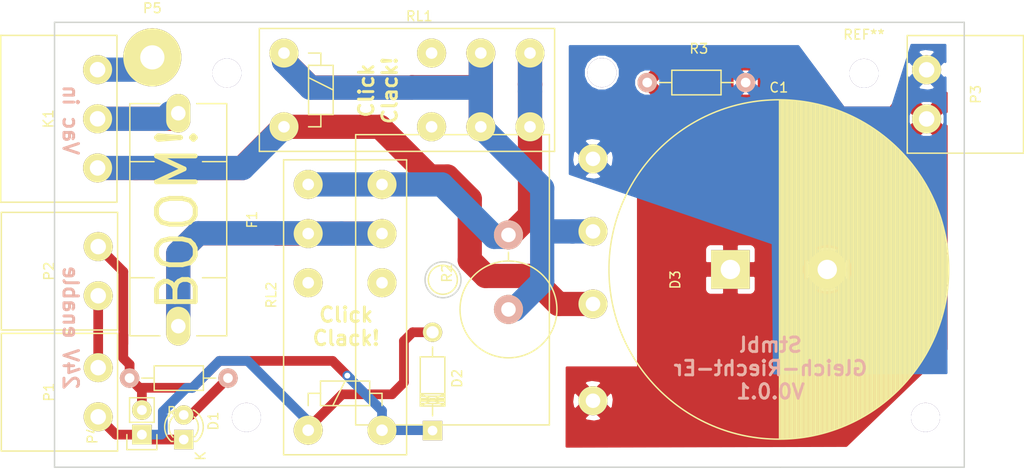
<source format=kicad_pcb>
(kicad_pcb (version 4) (host pcbnew "(2015-11-22 BZR 6327)-product")

  (general
    (links 30)
    (no_connects 0)
    (area 40.564999 69.330499 134.631501 115.454501)
    (thickness 1.6)
    (drawings 13)
    (tracks 110)
    (zones 0)
    (modules 21)
    (nets 17)
  )

  (page A4)
  (layers
    (0 F.Cu signal)
    (31 B.Cu signal)
    (32 B.Adhes user)
    (33 F.Adhes user)
    (34 B.Paste user)
    (35 F.Paste user)
    (36 B.SilkS user)
    (37 F.SilkS user)
    (38 B.Mask user)
    (39 F.Mask user)
    (40 Dwgs.User user)
    (41 Cmts.User user)
    (42 Eco1.User user)
    (43 Eco2.User user)
    (44 Edge.Cuts user)
    (45 Margin user)
    (46 B.CrtYd user)
    (47 F.CrtYd user)
    (48 B.Fab user)
    (49 F.Fab user)
  )

  (setup
    (last_trace_width 0.25)
    (user_trace_width 1)
    (user_trace_width 2.5)
    (trace_clearance 0.2)
    (zone_clearance 0.25)
    (zone_45_only no)
    (trace_min 0.2)
    (segment_width 0.2)
    (edge_width 0.15)
    (via_size 1)
    (via_drill 0.5)
    (via_min_size 0.4)
    (via_min_drill 0.3)
    (uvia_size 0.3)
    (uvia_drill 0.1)
    (uvias_allowed no)
    (uvia_min_size 0.2)
    (uvia_min_drill 0.1)
    (pcb_text_width 0.3)
    (pcb_text_size 1.5 1.5)
    (mod_edge_width 0.15)
    (mod_text_size 1 1)
    (mod_text_width 0.15)
    (pad_size 1.524 1.524)
    (pad_drill 0.762)
    (pad_to_mask_clearance 0.2)
    (aux_axis_origin 0 0)
    (grid_origin 40.64 115.443)
    (visible_elements FFFFFF7F)
    (pcbplotparams
      (layerselection 0x00030_80000001)
      (usegerberextensions false)
      (excludeedgelayer true)
      (linewidth 0.100000)
      (plotframeref false)
      (viasonmask false)
      (mode 1)
      (useauxorigin false)
      (hpglpennumber 1)
      (hpglpenspeed 20)
      (hpglpendiameter 15)
      (hpglpenoverlay 2)
      (psnegative false)
      (psa4output false)
      (plotreference true)
      (plotvalue true)
      (plotinvisibletext false)
      (padsonsilk false)
      (subtractmaskfromsilk false)
      (outputformat 1)
      (mirror false)
      (drillshape 0)
      (scaleselection 1)
      (outputdirectory ""))
  )

  (net 0 "")
  (net 1 DC+)
  (net 2 DC-)
  (net 3 "Net-(D1-Pad1)")
  (net 4 "Net-(D1-Pad2)")
  (net 5 "Net-(D2-Pad1)")
  (net 6 Neutral)
  (net 7 AC_ntc)
  (net 8 AC_fused)
  (net 9 "Net-(F1-Pad1)")
  (net 10 PE)
  (net 11 "Net-(P1-Pad1)")
  (net 12 AC_switched)
  (net 13 "Net-(RL1-Pad12)")
  (net 14 "Net-(RL2-Pad12)")
  (net 15 "Net-(RL1-Pad22)")
  (net 16 "Net-(RL2-Pad22)")

  (net_class Default "Dies ist die voreingestellte Netzklasse."
    (clearance 0.2)
    (trace_width 0.25)
    (via_dia 1)
    (via_drill 0.5)
    (uvia_dia 0.3)
    (uvia_drill 0.1)
    (add_net AC_fused)
    (add_net AC_ntc)
    (add_net AC_switched)
    (add_net DC+)
    (add_net DC-)
    (add_net "Net-(D1-Pad1)")
    (add_net "Net-(D1-Pad2)")
    (add_net "Net-(D2-Pad1)")
    (add_net "Net-(F1-Pad1)")
    (add_net "Net-(P1-Pad1)")
    (add_net "Net-(RL1-Pad12)")
    (add_net "Net-(RL1-Pad22)")
    (add_net "Net-(RL2-Pad12)")
    (add_net "Net-(RL2-Pad22)")
    (add_net Neutral)
    (add_net PE)
  )

  (module Fuse_Holders_and_Fuses:Fuseholder5x20_horiz_SemiClosed_Casing10x25mm (layer F.Cu) (tedit 565CBA53) (tstamp 5626694E)
    (at 53.4162 89.8017 270)
    (descr "Fuseholder, 5x20, Semi closed, horizontal, Casing 10x25mm,")
    (tags "Fuseholder, 5x20, Semi closed, horizontal, Casing 10x25mm, Sicherungshalter, halbgeschlossen,")
    (path /5626282B)
    (fp_text reference F1 (at 0 -7.62 270) (layer F.SilkS)
      (effects (font (size 1 1) (thickness 0.15)))
    )
    (fp_text value FUSE (at 1.27 7.62 270) (layer F.Fab)
      (effects (font (size 1 1) (thickness 0.15)))
    )
    (fp_line (start -5.99948 -2.49936) (end -5.99948 -5.00126) (layer F.SilkS) (width 0.15))
    (fp_line (start -5.99948 5.00126) (end -5.99948 2.49936) (layer F.SilkS) (width 0.15))
    (fp_line (start 5.99948 5.00126) (end 5.99948 2.49936) (layer F.SilkS) (width 0.15))
    (fp_line (start 5.99948 -5.00126) (end 5.99948 -2.49936) (layer F.SilkS) (width 0.15))
    (fp_line (start 11.99896 -1.89992) (end 11.99896 -5.00126) (layer F.SilkS) (width 0.15))
    (fp_line (start -11.99896 1.89992) (end -11.99896 5.00126) (layer F.SilkS) (width 0.15))
    (fp_line (start -11.99896 5.00126) (end 11.99896 5.00126) (layer F.SilkS) (width 0.15))
    (fp_line (start 11.99896 5.00126) (end 11.99896 1.89992) (layer F.SilkS) (width 0.15))
    (fp_line (start 11.99896 -5.00126) (end -11.99896 -5.00126) (layer F.SilkS) (width 0.15))
    (fp_line (start -11.99896 -5.00126) (end -11.99896 -1.89992) (layer F.SilkS) (width 0.15))
    (pad 2 thru_hole oval (at 11.00074 0 180) (size 2.49936 4.0005) (drill 1.50114) (layers *.Cu *.Mask F.SilkS)
      (net 8 AC_fused))
    (pad 1 thru_hole oval (at -11.00074 0 180) (size 2.49936 4.0005) (drill 1.50114) (layers *.Cu *.Mask F.SilkS)
      (net 9 "Net-(F1-Pad1)"))
  )

  (module Resistors_ThroughHole:Resistor_Vertical_RM7.5mm (layer F.Cu) (tedit 565CAD41) (tstamp 562673CC)
    (at 87.503 95.3262 90)
    (descr "Resistor, Vertical, RM 7.5mm,")
    (tags "Resistor, Vertical, RM 7.5mm,")
    (path /56262BA3)
    (fp_text reference R2 (at 0 -6.35 90) (layer F.SilkS)
      (effects (font (size 1 1) (thickness 0.15)))
    )
    (fp_text value R (at 0 7.50062 90) (layer F.Fab)
      (effects (font (size 1 1) (thickness 0.15)))
    )
    (fp_line (start 1.25222 0) (end 2.15138 0) (layer F.SilkS) (width 0.15))
    (fp_circle (center -3.74904 0) (end 1.25222 0) (layer F.SilkS) (width 0.15))
    (pad 1 thru_hole circle (at -3.74904 0 90) (size 3 3) (drill 1.5) (layers *.Cu *.SilkS *.Mask)
      (net 7 AC_ntc))
    (pad 2 thru_hole circle (at 3.95158 0 90) (size 3 3) (drill 1.5) (layers *.Cu *.SilkS *.Mask)
      (net 12 AC_switched))
  )

  (module Capacitors_ThroughHole:C_Radial_D35_L51_P10 (layer F.Cu) (tedit 565CABFC) (tstamp 5626813E)
    (at 110.4138 94.9452)
    (descr "Radial Electrolytic Capacitor Diameter 35mm x Length 51mm, Pitch 10mm")
    (tags "Electrolytic Capacitor")
    (path /562625AE)
    (fp_text reference C1 (at 5 -18.8) (layer F.SilkS)
      (effects (font (size 1 1) (thickness 0.15)))
    )
    (fp_text value CP1 (at 5 18.8) (layer F.Fab)
      (effects (font (size 1 1) (thickness 0.15)))
    )
    (fp_line (start 5.075 -17.5) (end 5.075 17.5) (layer F.SilkS) (width 0.15))
    (fp_line (start 5.215 -17.499) (end 5.215 17.499) (layer F.SilkS) (width 0.15))
    (fp_line (start 5.355 -17.496) (end 5.355 17.496) (layer F.SilkS) (width 0.15))
    (fp_line (start 5.495 -17.493) (end 5.495 17.493) (layer F.SilkS) (width 0.15))
    (fp_line (start 5.635 -17.488) (end 5.635 17.488) (layer F.SilkS) (width 0.15))
    (fp_line (start 5.775 -17.483) (end 5.775 17.483) (layer F.SilkS) (width 0.15))
    (fp_line (start 5.915 -17.476) (end 5.915 17.476) (layer F.SilkS) (width 0.15))
    (fp_line (start 6.055 -17.468) (end 6.055 17.468) (layer F.SilkS) (width 0.15))
    (fp_line (start 6.195 -17.459) (end 6.195 17.459) (layer F.SilkS) (width 0.15))
    (fp_line (start 6.335 -17.449) (end 6.335 17.449) (layer F.SilkS) (width 0.15))
    (fp_line (start 6.475 -17.438) (end 6.475 17.438) (layer F.SilkS) (width 0.15))
    (fp_line (start 6.615 -17.425) (end 6.615 17.425) (layer F.SilkS) (width 0.15))
    (fp_line (start 6.755 -17.412) (end 6.755 17.412) (layer F.SilkS) (width 0.15))
    (fp_line (start 6.895 -17.397) (end 6.895 17.397) (layer F.SilkS) (width 0.15))
    (fp_line (start 7.035 -17.381) (end 7.035 17.381) (layer F.SilkS) (width 0.15))
    (fp_line (start 7.175 -17.364) (end 7.175 17.364) (layer F.SilkS) (width 0.15))
    (fp_line (start 7.315 -17.346) (end 7.315 17.346) (layer F.SilkS) (width 0.15))
    (fp_line (start 7.455 -17.327) (end 7.455 17.327) (layer F.SilkS) (width 0.15))
    (fp_line (start 7.595 -17.307) (end 7.595 17.307) (layer F.SilkS) (width 0.15))
    (fp_line (start 7.735 -17.285) (end 7.735 17.285) (layer F.SilkS) (width 0.15))
    (fp_line (start 7.875 -17.262) (end 7.875 17.262) (layer F.SilkS) (width 0.15))
    (fp_line (start 8.015 -17.238) (end 8.015 17.238) (layer F.SilkS) (width 0.15))
    (fp_line (start 8.155 -17.213) (end 8.155 17.213) (layer F.SilkS) (width 0.15))
    (fp_line (start 8.295 -17.187) (end 8.295 17.187) (layer F.SilkS) (width 0.15))
    (fp_line (start 8.435 -17.16) (end 8.435 17.16) (layer F.SilkS) (width 0.15))
    (fp_line (start 8.575 -17.131) (end 8.575 17.131) (layer F.SilkS) (width 0.15))
    (fp_line (start 8.715 -17.101) (end 8.715 -0.197) (layer F.SilkS) (width 0.15))
    (fp_line (start 8.715 0.197) (end 8.715 17.101) (layer F.SilkS) (width 0.15))
    (fp_line (start 8.855 -17.07) (end 8.855 -0.616) (layer F.SilkS) (width 0.15))
    (fp_line (start 8.855 0.616) (end 8.855 17.07) (layer F.SilkS) (width 0.15))
    (fp_line (start 8.995 -17.038) (end 8.995 -0.825) (layer F.SilkS) (width 0.15))
    (fp_line (start 8.995 0.825) (end 8.995 17.038) (layer F.SilkS) (width 0.15))
    (fp_line (start 9.135 -17.004) (end 9.135 -0.97) (layer F.SilkS) (width 0.15))
    (fp_line (start 9.135 0.97) (end 9.135 17.004) (layer F.SilkS) (width 0.15))
    (fp_line (start 9.275 -16.97) (end 9.275 -1.079) (layer F.SilkS) (width 0.15))
    (fp_line (start 9.275 1.079) (end 9.275 16.97) (layer F.SilkS) (width 0.15))
    (fp_line (start 9.415 -16.934) (end 9.415 -1.161) (layer F.SilkS) (width 0.15))
    (fp_line (start 9.415 1.161) (end 9.415 16.934) (layer F.SilkS) (width 0.15))
    (fp_line (start 9.555 -16.897) (end 9.555 -1.221) (layer F.SilkS) (width 0.15))
    (fp_line (start 9.555 1.221) (end 9.555 16.897) (layer F.SilkS) (width 0.15))
    (fp_line (start 9.695 -16.858) (end 9.695 -1.264) (layer F.SilkS) (width 0.15))
    (fp_line (start 9.695 1.264) (end 9.695 16.858) (layer F.SilkS) (width 0.15))
    (fp_line (start 9.835 -16.819) (end 9.835 -1.289) (layer F.SilkS) (width 0.15))
    (fp_line (start 9.835 1.289) (end 9.835 16.819) (layer F.SilkS) (width 0.15))
    (fp_line (start 9.975 -16.778) (end 9.975 -1.3) (layer F.SilkS) (width 0.15))
    (fp_line (start 9.975 1.3) (end 9.975 16.778) (layer F.SilkS) (width 0.15))
    (fp_line (start 10.115 -16.736) (end 10.115 -1.295) (layer F.SilkS) (width 0.15))
    (fp_line (start 10.115 1.295) (end 10.115 16.736) (layer F.SilkS) (width 0.15))
    (fp_line (start 10.255 -16.692) (end 10.255 -1.275) (layer F.SilkS) (width 0.15))
    (fp_line (start 10.255 1.275) (end 10.255 16.692) (layer F.SilkS) (width 0.15))
    (fp_line (start 10.395 -16.648) (end 10.395 -1.239) (layer F.SilkS) (width 0.15))
    (fp_line (start 10.395 1.239) (end 10.395 16.648) (layer F.SilkS) (width 0.15))
    (fp_line (start 10.535 -16.602) (end 10.535 -1.185) (layer F.SilkS) (width 0.15))
    (fp_line (start 10.535 1.185) (end 10.535 16.602) (layer F.SilkS) (width 0.15))
    (fp_line (start 10.675 -16.554) (end 10.675 -1.111) (layer F.SilkS) (width 0.15))
    (fp_line (start 10.675 1.111) (end 10.675 16.554) (layer F.SilkS) (width 0.15))
    (fp_line (start 10.815 -16.506) (end 10.815 -1.013) (layer F.SilkS) (width 0.15))
    (fp_line (start 10.815 1.013) (end 10.815 16.506) (layer F.SilkS) (width 0.15))
    (fp_line (start 10.955 -16.456) (end 10.955 -0.882) (layer F.SilkS) (width 0.15))
    (fp_line (start 10.955 0.882) (end 10.955 16.456) (layer F.SilkS) (width 0.15))
    (fp_line (start 11.095 -16.404) (end 11.095 -0.701) (layer F.SilkS) (width 0.15))
    (fp_line (start 11.095 0.701) (end 11.095 16.404) (layer F.SilkS) (width 0.15))
    (fp_line (start 11.235 -16.352) (end 11.235 -0.406) (layer F.SilkS) (width 0.15))
    (fp_line (start 11.235 0.406) (end 11.235 16.352) (layer F.SilkS) (width 0.15))
    (fp_line (start 11.375 -16.298) (end 11.375 16.298) (layer F.SilkS) (width 0.15))
    (fp_line (start 11.515 -16.242) (end 11.515 16.242) (layer F.SilkS) (width 0.15))
    (fp_line (start 11.655 -16.185) (end 11.655 16.185) (layer F.SilkS) (width 0.15))
    (fp_line (start 11.795 -16.127) (end 11.795 16.127) (layer F.SilkS) (width 0.15))
    (fp_line (start 11.935 -16.067) (end 11.935 16.067) (layer F.SilkS) (width 0.15))
    (fp_line (start 12.075 -16.006) (end 12.075 16.006) (layer F.SilkS) (width 0.15))
    (fp_line (start 12.215 -15.943) (end 12.215 15.943) (layer F.SilkS) (width 0.15))
    (fp_line (start 12.355 -15.879) (end 12.355 15.879) (layer F.SilkS) (width 0.15))
    (fp_line (start 12.495 -15.814) (end 12.495 15.814) (layer F.SilkS) (width 0.15))
    (fp_line (start 12.635 -15.747) (end 12.635 15.747) (layer F.SilkS) (width 0.15))
    (fp_line (start 12.775 -15.678) (end 12.775 15.678) (layer F.SilkS) (width 0.15))
    (fp_line (start 12.915 -15.608) (end 12.915 15.608) (layer F.SilkS) (width 0.15))
    (fp_line (start 13.055 -15.536) (end 13.055 15.536) (layer F.SilkS) (width 0.15))
    (fp_line (start 13.195 -15.463) (end 13.195 15.463) (layer F.SilkS) (width 0.15))
    (fp_line (start 13.335 -15.388) (end 13.335 15.388) (layer F.SilkS) (width 0.15))
    (fp_line (start 13.475 -15.311) (end 13.475 15.311) (layer F.SilkS) (width 0.15))
    (fp_line (start 13.615 -15.233) (end 13.615 15.233) (layer F.SilkS) (width 0.15))
    (fp_line (start 13.755 -15.153) (end 13.755 15.153) (layer F.SilkS) (width 0.15))
    (fp_line (start 13.895 -15.071) (end 13.895 15.071) (layer F.SilkS) (width 0.15))
    (fp_line (start 14.035 -14.987) (end 14.035 14.987) (layer F.SilkS) (width 0.15))
    (fp_line (start 14.175 -14.902) (end 14.175 14.902) (layer F.SilkS) (width 0.15))
    (fp_line (start 14.315 -14.815) (end 14.315 14.815) (layer F.SilkS) (width 0.15))
    (fp_line (start 14.455 -14.726) (end 14.455 14.726) (layer F.SilkS) (width 0.15))
    (fp_line (start 14.595 -14.635) (end 14.595 14.635) (layer F.SilkS) (width 0.15))
    (fp_line (start 14.735 -14.542) (end 14.735 14.542) (layer F.SilkS) (width 0.15))
    (fp_line (start 14.875 -14.448) (end 14.875 14.448) (layer F.SilkS) (width 0.15))
    (fp_line (start 15.015 -14.351) (end 15.015 14.351) (layer F.SilkS) (width 0.15))
    (fp_line (start 15.155 -14.252) (end 15.155 14.252) (layer F.SilkS) (width 0.15))
    (fp_line (start 15.295 -14.151) (end 15.295 14.151) (layer F.SilkS) (width 0.15))
    (fp_line (start 15.435 -14.049) (end 15.435 14.049) (layer F.SilkS) (width 0.15))
    (fp_line (start 15.575 -13.943) (end 15.575 13.943) (layer F.SilkS) (width 0.15))
    (fp_line (start 15.715 -13.836) (end 15.715 13.836) (layer F.SilkS) (width 0.15))
    (fp_line (start 15.855 -13.727) (end 15.855 13.727) (layer F.SilkS) (width 0.15))
    (fp_line (start 15.995 -13.615) (end 15.995 13.615) (layer F.SilkS) (width 0.15))
    (fp_line (start 16.135 -13.5) (end 16.135 13.5) (layer F.SilkS) (width 0.15))
    (fp_line (start 16.275 -13.384) (end 16.275 13.384) (layer F.SilkS) (width 0.15))
    (fp_line (start 16.415 -13.265) (end 16.415 13.265) (layer F.SilkS) (width 0.15))
    (fp_line (start 16.555 -13.143) (end 16.555 13.143) (layer F.SilkS) (width 0.15))
    (fp_line (start 16.695 -13.018) (end 16.695 13.018) (layer F.SilkS) (width 0.15))
    (fp_line (start 16.835 -12.891) (end 16.835 12.891) (layer F.SilkS) (width 0.15))
    (fp_line (start 16.975 -12.761) (end 16.975 12.761) (layer F.SilkS) (width 0.15))
    (fp_line (start 17.115 -12.628) (end 17.115 12.628) (layer F.SilkS) (width 0.15))
    (fp_line (start 17.255 -12.493) (end 17.255 12.493) (layer F.SilkS) (width 0.15))
    (fp_line (start 17.395 -12.354) (end 17.395 12.354) (layer F.SilkS) (width 0.15))
    (fp_line (start 17.535 -12.212) (end 17.535 12.212) (layer F.SilkS) (width 0.15))
    (fp_line (start 17.675 -12.066) (end 17.675 12.066) (layer F.SilkS) (width 0.15))
    (fp_line (start 17.815 -11.917) (end 17.815 11.917) (layer F.SilkS) (width 0.15))
    (fp_line (start 17.955 -11.765) (end 17.955 11.765) (layer F.SilkS) (width 0.15))
    (fp_line (start 18.095 -11.609) (end 18.095 11.609) (layer F.SilkS) (width 0.15))
    (fp_line (start 18.235 -11.449) (end 18.235 11.449) (layer F.SilkS) (width 0.15))
    (fp_line (start 18.375 -11.285) (end 18.375 11.285) (layer F.SilkS) (width 0.15))
    (fp_line (start 18.515 -11.117) (end 18.515 11.117) (layer F.SilkS) (width 0.15))
    (fp_line (start 18.655 -10.945) (end 18.655 10.945) (layer F.SilkS) (width 0.15))
    (fp_line (start 18.795 -10.768) (end 18.795 10.768) (layer F.SilkS) (width 0.15))
    (fp_line (start 18.935 -10.586) (end 18.935 10.586) (layer F.SilkS) (width 0.15))
    (fp_line (start 19.075 -10.399) (end 19.075 10.399) (layer F.SilkS) (width 0.15))
    (fp_line (start 19.215 -10.207) (end 19.215 10.207) (layer F.SilkS) (width 0.15))
    (fp_line (start 19.355 -10.009) (end 19.355 10.009) (layer F.SilkS) (width 0.15))
    (fp_line (start 19.495 -9.805) (end 19.495 9.805) (layer F.SilkS) (width 0.15))
    (fp_line (start 19.635 -9.595) (end 19.635 9.595) (layer F.SilkS) (width 0.15))
    (fp_line (start 19.775 -9.378) (end 19.775 9.378) (layer F.SilkS) (width 0.15))
    (fp_line (start 19.915 -9.154) (end 19.915 9.154) (layer F.SilkS) (width 0.15))
    (fp_line (start 20.055 -8.922) (end 20.055 8.922) (layer F.SilkS) (width 0.15))
    (fp_line (start 20.195 -8.681) (end 20.195 8.681) (layer F.SilkS) (width 0.15))
    (fp_line (start 20.335 -8.431) (end 20.335 8.431) (layer F.SilkS) (width 0.15))
    (fp_line (start 20.475 -8.172) (end 20.475 8.172) (layer F.SilkS) (width 0.15))
    (fp_line (start 20.615 -7.901) (end 20.615 7.901) (layer F.SilkS) (width 0.15))
    (fp_line (start 20.755 -7.618) (end 20.755 7.618) (layer F.SilkS) (width 0.15))
    (fp_line (start 20.895 -7.321) (end 20.895 7.321) (layer F.SilkS) (width 0.15))
    (fp_line (start 21.035 -7.009) (end 21.035 7.009) (layer F.SilkS) (width 0.15))
    (fp_line (start 21.175 -6.68) (end 21.175 6.68) (layer F.SilkS) (width 0.15))
    (fp_line (start 21.315 -6.33) (end 21.315 6.33) (layer F.SilkS) (width 0.15))
    (fp_line (start 21.455 -5.957) (end 21.455 5.957) (layer F.SilkS) (width 0.15))
    (fp_line (start 21.595 -5.555) (end 21.595 5.555) (layer F.SilkS) (width 0.15))
    (fp_line (start 21.735 -5.118) (end 21.735 5.118) (layer F.SilkS) (width 0.15))
    (fp_line (start 21.875 -4.635) (end 21.875 4.635) (layer F.SilkS) (width 0.15))
    (fp_line (start 22.015 -4.091) (end 22.015 4.091) (layer F.SilkS) (width 0.15))
    (fp_line (start 22.155 -3.458) (end 22.155 3.458) (layer F.SilkS) (width 0.15))
    (fp_line (start 22.295 -2.671) (end 22.295 2.671) (layer F.SilkS) (width 0.15))
    (fp_line (start 22.435 -1.507) (end 22.435 1.507) (layer F.SilkS) (width 0.15))
    (fp_circle (center 10 0) (end 10 -1.3) (layer F.SilkS) (width 0.15))
    (fp_circle (center 5 0) (end 5 -17.5375) (layer F.SilkS) (width 0.15))
    (fp_circle (center 5 0) (end 5 -17.8) (layer F.CrtYd) (width 0.05))
    (pad 1 thru_hole rect (at 0 0) (size 4 4) (drill 2) (layers *.Cu *.Mask F.SilkS)
      (net 1 DC+))
    (pad 2 thru_hole circle (at 10 0) (size 4 4) (drill 2) (layers *.Cu *.Mask F.SilkS)
      (net 2 DC-))
    (model discret/capacitor/cp_30x51mm.wrl
      (at (xyz 0.2 0 0))
      (scale (xyz 1 1 1))
      (rotate (xyz 0 0 90))
    )
    (model discret/capacitor/cp_35x51mm.wrl
      (at (xyz 0.2 0 0))
      (scale (xyz 1 1 1))
      (rotate (xyz 0 0 90))
    )
  )

  (module LEDs:LED-3MM (layer F.Cu) (tedit 559B82F6) (tstamp 56266914)
    (at 53.975 112.522 90)
    (descr "LED 3mm round vertical")
    (tags "LED  3mm round vertical")
    (path /56262E24)
    (fp_text reference D1 (at 1.91 3.06 90) (layer F.SilkS)
      (effects (font (size 1 1) (thickness 0.15)))
    )
    (fp_text value LED (at 1.3 -2.9 90) (layer F.Fab)
      (effects (font (size 1 1) (thickness 0.15)))
    )
    (fp_line (start -1.2 2.3) (end 3.8 2.3) (layer F.CrtYd) (width 0.05))
    (fp_line (start 3.8 2.3) (end 3.8 -2.2) (layer F.CrtYd) (width 0.05))
    (fp_line (start 3.8 -2.2) (end -1.2 -2.2) (layer F.CrtYd) (width 0.05))
    (fp_line (start -1.2 -2.2) (end -1.2 2.3) (layer F.CrtYd) (width 0.05))
    (fp_line (start -0.199 1.314) (end -0.199 1.114) (layer F.SilkS) (width 0.15))
    (fp_line (start -0.199 -1.28) (end -0.199 -1.1) (layer F.SilkS) (width 0.15))
    (fp_arc (start 1.301 0.034) (end -0.199 -1.286) (angle 108.5) (layer F.SilkS) (width 0.15))
    (fp_arc (start 1.301 0.034) (end 0.25 -1.1) (angle 85.7) (layer F.SilkS) (width 0.15))
    (fp_arc (start 1.311 0.034) (end 3.051 0.994) (angle 110) (layer F.SilkS) (width 0.15))
    (fp_arc (start 1.301 0.034) (end 2.335 1.094) (angle 87.5) (layer F.SilkS) (width 0.15))
    (fp_text user K (at -1.69 1.74 90) (layer F.SilkS)
      (effects (font (size 1 1) (thickness 0.15)))
    )
    (pad 1 thru_hole rect (at 0 0 180) (size 2 2) (drill 1.00076) (layers *.Cu *.Mask F.SilkS)
      (net 3 "Net-(D1-Pad1)"))
    (pad 2 thru_hole circle (at 2.54 0 90) (size 2 2) (drill 1.00076) (layers *.Cu *.Mask F.SilkS)
      (net 4 "Net-(D1-Pad2)"))
    (model LEDs.3dshapes/LED-3MM.wrl
      (at (xyz 0.05 0 0))
      (scale (xyz 1 1 1))
      (rotate (xyz 0 0 90))
    )
    (model discret/leds/led3_vertical_verde.wrl
      (at (xyz 0.05 0 0))
      (scale (xyz 1 1 1))
      (rotate (xyz 0 0 0))
    )
  )

  (module Diodes_ThroughHole:Diode_DO-41_SOD81_Horizontal_RM10 (layer F.Cu) (tedit 552FFCCE) (tstamp 56266928)
    (at 79.6671 111.5949 90)
    (descr "Diode, DO-41, SOD81, Horizontal, RM 10mm,")
    (tags "Diode, DO-41, SOD81, Horizontal, RM 10mm, 1N4007, SB140,")
    (path /56262D54)
    (fp_text reference D2 (at 5.38734 2.53746 90) (layer F.SilkS)
      (effects (font (size 1 1) (thickness 0.15)))
    )
    (fp_text value DIODE (at 4.37134 -3.55854 90) (layer F.Fab)
      (effects (font (size 1 1) (thickness 0.15)))
    )
    (fp_line (start 7.62 -0.00254) (end 8.636 -0.00254) (layer F.SilkS) (width 0.15))
    (fp_line (start 2.794 -0.00254) (end 1.524 -0.00254) (layer F.SilkS) (width 0.15))
    (fp_line (start 3.048 -1.27254) (end 3.048 1.26746) (layer F.SilkS) (width 0.15))
    (fp_line (start 3.302 -1.27254) (end 3.302 1.26746) (layer F.SilkS) (width 0.15))
    (fp_line (start 3.556 -1.27254) (end 3.556 1.26746) (layer F.SilkS) (width 0.15))
    (fp_line (start 2.794 -1.27254) (end 2.794 1.26746) (layer F.SilkS) (width 0.15))
    (fp_line (start 3.81 -1.27254) (end 2.54 1.26746) (layer F.SilkS) (width 0.15))
    (fp_line (start 2.54 -1.27254) (end 3.81 1.26746) (layer F.SilkS) (width 0.15))
    (fp_line (start 3.81 -1.27254) (end 3.81 1.26746) (layer F.SilkS) (width 0.15))
    (fp_line (start 3.175 -1.27254) (end 3.175 1.26746) (layer F.SilkS) (width 0.15))
    (fp_line (start 2.54 1.26746) (end 2.54 -1.27254) (layer F.SilkS) (width 0.15))
    (fp_line (start 2.54 -1.27254) (end 7.62 -1.27254) (layer F.SilkS) (width 0.15))
    (fp_line (start 7.62 -1.27254) (end 7.62 1.26746) (layer F.SilkS) (width 0.15))
    (fp_line (start 7.62 1.26746) (end 2.54 1.26746) (layer F.SilkS) (width 0.15))
    (pad 2 thru_hole circle (at 10.16 -0.00254 270) (size 1.99898 1.99898) (drill 1.27) (layers *.Cu *.Mask F.SilkS)
      (net 3 "Net-(D1-Pad1)"))
    (pad 1 thru_hole rect (at 0 -0.00254 270) (size 1.99898 1.99898) (drill 1.00076) (layers *.Cu *.Mask F.SilkS)
      (net 5 "Net-(D2-Pad1)"))
  )

  (module bridge:dfb_bridge (layer F.Cu) (tedit 56265C28) (tstamp 56266935)
    (at 101.727 96.012 90)
    (path /56262529)
    (fp_text reference D3 (at 0 3 90) (layer F.SilkS)
      (effects (font (size 1 1) (thickness 0.15)))
    )
    (fp_text value BRIDGE (at 0 5 90) (layer F.Fab)
      (effects (font (size 1 1) (thickness 0.15)))
    )
    (fp_circle (center 0 -21) (end 1.5 -21) (layer F.SilkS) (width 0.15))
    (fp_line (start -15 -30) (end 15 -30) (layer F.SilkS) (width 0.15))
    (fp_line (start 15 -30) (end 15 -10) (layer F.SilkS) (width 0.15))
    (fp_line (start -15 -10) (end 15 -10) (layer F.SilkS) (width 0.15))
    (fp_line (start -15 -30) (end -15 -10) (layer F.SilkS) (width 0.15))
    (pad 3 thru_hole circle (at -12.5 -5.5 90) (size 3 3) (drill 1.5) (layers *.Cu *.Mask F.SilkS)
      (net 1 DC+))
    (pad 2 thru_hole circle (at -2.5 -5.5 90) (size 3 3) (drill 1.5) (layers *.Cu *.Mask F.SilkS)
      (net 6 Neutral))
    (pad 4 thru_hole circle (at 5 -5.5 90) (size 3 3) (drill 1.5) (layers *.Cu *.Mask F.SilkS)
      (net 7 AC_ntc))
    (pad 1 thru_hole circle (at 12.5 -5.5 90) (size 3 3) (drill 1.5) (layers *.Cu *.Mask F.SilkS)
      (net 2 DC-))
  )

  (module custom_footprints:WE313-3 (layer F.Cu) (tedit 5526D156) (tstamp 56266959)
    (at 45.085 79.375 270)
    (path /562627B8)
    (fp_text reference K1 (at 0 5.08 270) (layer F.SilkS)
      (effects (font (size 1 1) (thickness 0.15)))
    )
    (fp_text value CONN_3 (at 0 2.54 270) (layer F.Fab)
      (effects (font (size 1 1) (thickness 0.15)))
    )
    (fp_line (start -8.62 10) (end -8.62 -2) (layer F.SilkS) (width 0.15))
    (fp_line (start 8.62 10) (end -8.62 10) (layer F.SilkS) (width 0.15))
    (fp_line (start 8.62 -2) (end 8.62 10) (layer F.SilkS) (width 0.15))
    (fp_line (start -8.62 -2) (end 8.62 -2) (layer F.SilkS) (width 0.15))
    (pad 1 thru_hole circle (at -5.08 0 270) (size 3 3) (drill 1.6) (layers *.Cu *.Mask F.SilkS)
      (net 10 PE))
    (pad 2 thru_hole circle (at 0 0 270) (size 3 3) (drill 1.6) (layers *.Cu *.Mask F.SilkS)
      (net 9 "Net-(F1-Pad1)"))
    (pad 3 thru_hole circle (at 5.08 0 270) (size 3 3) (drill 1.6) (layers *.Cu *.Mask F.SilkS)
      (net 6 Neutral))
  )

  (module custom_footprints:WE313-2 (layer F.Cu) (tedit 5526D206) (tstamp 56266963)
    (at 45.1485 107.6325 270)
    (path /5626358D)
    (fp_text reference P1 (at 0 5.08 270) (layer F.SilkS)
      (effects (font (size 1 1) (thickness 0.15)))
    )
    (fp_text value CONN_2 (at 0 2.54 270) (layer F.Fab)
      (effects (font (size 1 1) (thickness 0.15)))
    )
    (fp_line (start -6.08 10) (end -6.08 -2) (layer F.SilkS) (width 0.15))
    (fp_line (start 6.08 10) (end -6.08 10) (layer F.SilkS) (width 0.15))
    (fp_line (start 6.08 -2) (end 6.08 10) (layer F.SilkS) (width 0.15))
    (fp_line (start -6.08 -2) (end 6.08 -2) (layer F.SilkS) (width 0.15))
    (pad 1 thru_hole circle (at -2.54 0 270) (size 3 3) (drill 1.6) (layers *.Cu *.Mask F.SilkS)
      (net 11 "Net-(P1-Pad1)"))
    (pad 2 thru_hole circle (at 2.54 0 270) (size 3 3) (drill 1.6) (layers *.Cu *.Mask F.SilkS)
      (net 3 "Net-(D1-Pad1)"))
  )

  (module custom_footprints:WE313-2 (layer F.Cu) (tedit 5526D206) (tstamp 5626696D)
    (at 45.1485 95.123 270)
    (path /562626ED)
    (fp_text reference P2 (at 0 5.08 270) (layer F.SilkS)
      (effects (font (size 1 1) (thickness 0.15)))
    )
    (fp_text value CONN_2 (at 0 2.54 270) (layer F.Fab)
      (effects (font (size 1 1) (thickness 0.15)))
    )
    (fp_line (start -6.08 10) (end -6.08 -2) (layer F.SilkS) (width 0.15))
    (fp_line (start 6.08 10) (end -6.08 10) (layer F.SilkS) (width 0.15))
    (fp_line (start 6.08 -2) (end 6.08 10) (layer F.SilkS) (width 0.15))
    (fp_line (start -6.08 -2) (end 6.08 -2) (layer F.SilkS) (width 0.15))
    (pad 1 thru_hole circle (at -2.54 0 270) (size 3 3) (drill 1.6) (layers *.Cu *.Mask F.SilkS)
      (net 5 "Net-(D2-Pad1)"))
    (pad 2 thru_hole circle (at 2.54 0 270) (size 3 3) (drill 1.6) (layers *.Cu *.Mask F.SilkS)
      (net 11 "Net-(P1-Pad1)"))
  )

  (module custom_footprints:WE313-2 (layer F.Cu) (tedit 5526D206) (tstamp 56266977)
    (at 130.6703 76.8477 90)
    (path /56262678)
    (fp_text reference P3 (at 0 5.08 90) (layer F.SilkS)
      (effects (font (size 1 1) (thickness 0.15)))
    )
    (fp_text value CONN_2 (at 0 2.54 90) (layer F.Fab)
      (effects (font (size 1 1) (thickness 0.15)))
    )
    (fp_line (start -6.08 10) (end -6.08 -2) (layer F.SilkS) (width 0.15))
    (fp_line (start 6.08 10) (end -6.08 10) (layer F.SilkS) (width 0.15))
    (fp_line (start 6.08 -2) (end 6.08 10) (layer F.SilkS) (width 0.15))
    (fp_line (start -6.08 -2) (end 6.08 -2) (layer F.SilkS) (width 0.15))
    (pad 1 thru_hole circle (at -2.54 0 90) (size 3 3) (drill 1.6) (layers *.Cu *.Mask F.SilkS)
      (net 1 DC+))
    (pad 2 thru_hole circle (at 2.54 0 90) (size 3 3) (drill 1.6) (layers *.Cu *.Mask F.SilkS)
      (net 2 DC-))
  )

  (module Socket_Strips:Socket_Strip_Straight_1x02 (layer F.Cu) (tedit 54E9F75E) (tstamp 56266988)
    (at 49.657 112.014 90)
    (descr "Through hole socket strip")
    (tags "socket strip")
    (path /56266A2B)
    (fp_text reference P4 (at 0 -5.1 90) (layer F.SilkS)
      (effects (font (size 1 1) (thickness 0.15)))
    )
    (fp_text value CONN_2 (at 0 -3.1 90) (layer F.Fab)
      (effects (font (size 1 1) (thickness 0.15)))
    )
    (fp_line (start -1.55 1.55) (end 0 1.55) (layer F.SilkS) (width 0.15))
    (fp_line (start 3.81 1.27) (end 1.27 1.27) (layer F.SilkS) (width 0.15))
    (fp_line (start -1.75 -1.75) (end -1.75 1.75) (layer F.CrtYd) (width 0.05))
    (fp_line (start 4.3 -1.75) (end 4.3 1.75) (layer F.CrtYd) (width 0.05))
    (fp_line (start -1.75 -1.75) (end 4.3 -1.75) (layer F.CrtYd) (width 0.05))
    (fp_line (start -1.75 1.75) (end 4.3 1.75) (layer F.CrtYd) (width 0.05))
    (fp_line (start 1.27 1.27) (end 1.27 -1.27) (layer F.SilkS) (width 0.15))
    (fp_line (start 0 -1.55) (end -1.55 -1.55) (layer F.SilkS) (width 0.15))
    (fp_line (start -1.55 -1.55) (end -1.55 1.55) (layer F.SilkS) (width 0.15))
    (fp_line (start 1.27 -1.27) (end 3.81 -1.27) (layer F.SilkS) (width 0.15))
    (fp_line (start 3.81 -1.27) (end 3.81 1.27) (layer F.SilkS) (width 0.15))
    (pad 1 thru_hole rect (at 0 0 90) (size 2.032 2.032) (drill 1.016) (layers *.Cu *.Mask F.SilkS)
      (net 3 "Net-(D1-Pad1)"))
    (pad 2 thru_hole oval (at 2.54 0 90) (size 2.032 2.032) (drill 1.016) (layers *.Cu *.Mask F.SilkS)
      (net 5 "Net-(D2-Pad1)"))
    (model Socket_Strips.3dshapes/Socket_Strip_Straight_1x02.wrl
      (at (xyz 0.05 0 0))
      (scale (xyz 1 1 1))
      (rotate (xyz 0 0 180))
    )
    (model pin_array/pins_array_2x1.wrl
      (at (xyz 0.05 0 0))
      (scale (xyz 1 1 1))
      (rotate (xyz 0 0 0))
    )
  )

  (module Resistors_ThroughHole:Resistor_Horizontal_RM10mm (layer F.Cu) (tedit 53F56209) (tstamp 56266994)
    (at 53.467 106.172 180)
    (descr "Resistor, Axial,  RM 10mm, 1/3W,")
    (tags "Resistor, Axial, RM 10mm, 1/3W,")
    (path /56263013)
    (fp_text reference R1 (at 0.24892 -3.50012 180) (layer F.SilkS)
      (effects (font (size 1 1) (thickness 0.15)))
    )
    (fp_text value R (at 3.81 3.81 180) (layer F.Fab)
      (effects (font (size 1 1) (thickness 0.15)))
    )
    (fp_line (start -2.54 -1.27) (end 2.54 -1.27) (layer F.SilkS) (width 0.15))
    (fp_line (start 2.54 -1.27) (end 2.54 1.27) (layer F.SilkS) (width 0.15))
    (fp_line (start 2.54 1.27) (end -2.54 1.27) (layer F.SilkS) (width 0.15))
    (fp_line (start -2.54 1.27) (end -2.54 -1.27) (layer F.SilkS) (width 0.15))
    (fp_line (start -2.54 0) (end -3.81 0) (layer F.SilkS) (width 0.15))
    (fp_line (start 2.54 0) (end 3.81 0) (layer F.SilkS) (width 0.15))
    (pad 1 thru_hole circle (at -5.08 0 180) (size 1.99898 1.99898) (drill 1.00076) (layers *.Cu *.SilkS *.Mask)
      (net 4 "Net-(D1-Pad2)"))
    (pad 2 thru_hole circle (at 5.08 0 180) (size 1.99898 1.99898) (drill 1.00076) (layers *.Cu *.SilkS *.Mask)
      (net 5 "Net-(D2-Pad1)"))
    (model Resistors_ThroughHole.3dshapes/Resistor_Horizontal_RM10mm.wrl
      (at (xyz 0 0 0))
      (scale (xyz 0.4 0.4 0.4))
      (rotate (xyz 0 0 0))
    )
    (model discret/resistors/horizontal/r_h_1k.wrl
      (at (xyz 0 0 0))
      (scale (xyz 0.4 0.4 0.4))
      (rotate (xyz 0 0 0))
    )
  )

  (module Resistors_ThroughHole:Resistor_Horizontal_RM10mm (layer F.Cu) (tedit 53F56209) (tstamp 562669AC)
    (at 106.9086 75.6285)
    (descr "Resistor, Axial,  RM 10mm, 1/3W,")
    (tags "Resistor, Axial, RM 10mm, 1/3W,")
    (path /5626609F)
    (fp_text reference R3 (at 0.24892 -3.50012) (layer F.SilkS)
      (effects (font (size 1 1) (thickness 0.15)))
    )
    (fp_text value R (at 3.81 3.81) (layer F.Fab)
      (effects (font (size 1 1) (thickness 0.15)))
    )
    (fp_line (start -2.54 -1.27) (end 2.54 -1.27) (layer F.SilkS) (width 0.15))
    (fp_line (start 2.54 -1.27) (end 2.54 1.27) (layer F.SilkS) (width 0.15))
    (fp_line (start 2.54 1.27) (end -2.54 1.27) (layer F.SilkS) (width 0.15))
    (fp_line (start -2.54 1.27) (end -2.54 -1.27) (layer F.SilkS) (width 0.15))
    (fp_line (start -2.54 0) (end -3.81 0) (layer F.SilkS) (width 0.15))
    (fp_line (start 2.54 0) (end 3.81 0) (layer F.SilkS) (width 0.15))
    (pad 1 thru_hole circle (at -5.08 0) (size 1.99898 1.99898) (drill 1.00076) (layers *.Cu *.SilkS *.Mask)
      (net 1 DC+))
    (pad 2 thru_hole circle (at 5.08 0) (size 1.99898 1.99898) (drill 1.00076) (layers *.Cu *.SilkS *.Mask)
      (net 2 DC-))
    (model Resistors_ThroughHole.3dshapes/Resistor_Horizontal_RM10mm.wrl
      (at (xyz 0 0 0))
      (scale (xyz 0.4 0.4 0.4))
      (rotate (xyz 0 0 0))
    )
    (model discret/resistors/horizontal/r_h_1K2.wrl
      (at (xyz 0 0 0))
      (scale (xyz 0.4 0.4 0.4))
      (rotate (xyz 0 0 0))
    )
  )

  (module Relays_ThroughHole:Relay_DPDT_Schrack-RT2_RM5mm (layer F.Cu) (tedit 54C873D3) (tstamp 562669C6)
    (at 64.3255 80.2005)
    (descr "Relay, DPST, Schrack-RT2, RM5mm,")
    (tags "Relay, DPST,  Schrack-RT1, RM5mm, Reais, 2 x um,")
    (path /562691A0)
    (fp_text reference RL1 (at 13.97 -11.43) (layer F.SilkS)
      (effects (font (size 1 1) (thickness 0.15)))
    )
    (fp_text value FINDER-40.52 (at 12.7 5.08) (layer F.Fab)
      (effects (font (size 1 1) (thickness 0.15)))
    )
    (fp_line (start 2.54 -5.08) (end 5.08 -3.81) (layer F.SilkS) (width 0.15))
    (fp_line (start 3.81 -1.27) (end 3.81 0) (layer F.SilkS) (width 0.15))
    (fp_line (start 3.81 0) (end 2.54 0) (layer F.SilkS) (width 0.15))
    (fp_line (start 2.54 -7.62) (end 3.81 -7.62) (layer F.SilkS) (width 0.15))
    (fp_line (start 3.81 -7.62) (end 3.81 -6.35) (layer F.SilkS) (width 0.15))
    (fp_line (start 3.81 -6.35) (end 5.08 -6.35) (layer F.SilkS) (width 0.15))
    (fp_line (start 5.08 -6.35) (end 5.08 -1.27) (layer F.SilkS) (width 0.15))
    (fp_line (start 5.08 -1.27) (end 2.54 -1.27) (layer F.SilkS) (width 0.15))
    (fp_line (start 2.54 -1.27) (end 2.54 -6.35) (layer F.SilkS) (width 0.15))
    (fp_line (start 2.54 -6.35) (end 3.81 -6.35) (layer F.SilkS) (width 0.15))
    (fp_line (start -2.54 -10.16) (end 27.94 -10.16) (layer F.SilkS) (width 0.15))
    (fp_line (start 27.94 -10.16) (end 27.94 2.54) (layer F.SilkS) (width 0.15))
    (fp_line (start 27.94 2.54) (end -2.54 2.54) (layer F.SilkS) (width 0.15))
    (fp_line (start -2.54 2.54) (end -2.54 -10.16) (layer F.SilkS) (width 0.15))
    (pad A1 thru_hole circle (at 0 -7.62) (size 2.99974 2.99974) (drill 1.19888) (layers *.Cu *.Mask F.SilkS)
      (net 7 AC_ntc))
    (pad A2 thru_hole circle (at 0 0) (size 2.99974 2.99974) (drill 1.19888) (layers *.Cu *.Mask F.SilkS)
      (net 6 Neutral))
    (pad 22 thru_hole circle (at 15.24 0) (size 2.99974 2.99974) (drill 1.19888) (layers *.Cu *.Mask F.SilkS)
      (net 15 "Net-(RL1-Pad22)"))
    (pad 21 thru_hole circle (at 20.32 0) (size 2.99974 2.99974) (drill 1.19888) (layers *.Cu *.Mask F.SilkS)
      (net 7 AC_ntc))
    (pad 24 thru_hole circle (at 25.4 0) (size 2.99974 2.99974) (drill 1.19888) (layers *.Cu *.Mask F.SilkS)
      (net 12 AC_switched))
    (pad 12 thru_hole circle (at 15.24 -7.62) (size 2.99974 2.99974) (drill 1.19888) (layers *.Cu *.Mask F.SilkS)
      (net 13 "Net-(RL1-Pad12)"))
    (pad 11 thru_hole circle (at 20.32 -7.62) (size 2.99974 2.99974) (drill 1.19888) (layers *.Cu *.Mask F.SilkS)
      (net 7 AC_ntc))
    (pad 14 thru_hole circle (at 25.4 -7.62) (size 2.99974 2.99974) (drill 1.19888) (layers *.Cu *.Mask F.SilkS)
      (net 12 AC_switched))
  )

  (module Relays_ThroughHole:Relay_DPDT_Schrack-RT2_RM5mm (layer F.Cu) (tedit 54C873D3) (tstamp 562669E0)
    (at 74.4474 111.5568 90)
    (descr "Relay, DPST, Schrack-RT2, RM5mm,")
    (tags "Relay, DPST,  Schrack-RT1, RM5mm, Reais, 2 x um,")
    (path /56268E4F)
    (fp_text reference RL2 (at 13.97 -11.43 90) (layer F.SilkS)
      (effects (font (size 1 1) (thickness 0.15)))
    )
    (fp_text value FINDER-40.52 (at 12.7 5.08 90) (layer F.Fab)
      (effects (font (size 1 1) (thickness 0.15)))
    )
    (fp_line (start 2.54 -5.08) (end 5.08 -3.81) (layer F.SilkS) (width 0.15))
    (fp_line (start 3.81 -1.27) (end 3.81 0) (layer F.SilkS) (width 0.15))
    (fp_line (start 3.81 0) (end 2.54 0) (layer F.SilkS) (width 0.15))
    (fp_line (start 2.54 -7.62) (end 3.81 -7.62) (layer F.SilkS) (width 0.15))
    (fp_line (start 3.81 -7.62) (end 3.81 -6.35) (layer F.SilkS) (width 0.15))
    (fp_line (start 3.81 -6.35) (end 5.08 -6.35) (layer F.SilkS) (width 0.15))
    (fp_line (start 5.08 -6.35) (end 5.08 -1.27) (layer F.SilkS) (width 0.15))
    (fp_line (start 5.08 -1.27) (end 2.54 -1.27) (layer F.SilkS) (width 0.15))
    (fp_line (start 2.54 -1.27) (end 2.54 -6.35) (layer F.SilkS) (width 0.15))
    (fp_line (start 2.54 -6.35) (end 3.81 -6.35) (layer F.SilkS) (width 0.15))
    (fp_line (start -2.54 -10.16) (end 27.94 -10.16) (layer F.SilkS) (width 0.15))
    (fp_line (start 27.94 -10.16) (end 27.94 2.54) (layer F.SilkS) (width 0.15))
    (fp_line (start 27.94 2.54) (end -2.54 2.54) (layer F.SilkS) (width 0.15))
    (fp_line (start -2.54 2.54) (end -2.54 -10.16) (layer F.SilkS) (width 0.15))
    (pad A1 thru_hole circle (at 0 -7.62 90) (size 2.99974 2.99974) (drill 1.19888) (layers *.Cu *.Mask F.SilkS)
      (net 3 "Net-(D1-Pad1)"))
    (pad A2 thru_hole circle (at 0 0 90) (size 2.99974 2.99974) (drill 1.19888) (layers *.Cu *.Mask F.SilkS)
      (net 5 "Net-(D2-Pad1)"))
    (pad 22 thru_hole circle (at 15.24 0 90) (size 2.99974 2.99974) (drill 1.19888) (layers *.Cu *.Mask F.SilkS)
      (net 16 "Net-(RL2-Pad22)"))
    (pad 21 thru_hole circle (at 20.32 0 90) (size 2.99974 2.99974) (drill 1.19888) (layers *.Cu *.Mask F.SilkS)
      (net 8 AC_fused))
    (pad 24 thru_hole circle (at 25.4 0 90) (size 2.99974 2.99974) (drill 1.19888) (layers *.Cu *.Mask F.SilkS)
      (net 12 AC_switched))
    (pad 12 thru_hole circle (at 15.24 -7.62 90) (size 2.99974 2.99974) (drill 1.19888) (layers *.Cu *.Mask F.SilkS)
      (net 14 "Net-(RL2-Pad12)"))
    (pad 11 thru_hole circle (at 20.32 -7.62 90) (size 2.99974 2.99974) (drill 1.19888) (layers *.Cu *.Mask F.SilkS)
      (net 8 AC_fused))
    (pad 14 thru_hole circle (at 25.4 -7.62 90) (size 2.99974 2.99974) (drill 1.19888) (layers *.Cu *.Mask F.SilkS)
      (net 12 AC_switched))
  )

  (module Wire_Pads:SolderWirePad_single_2-5mmDrill (layer F.Cu) (tedit 0) (tstamp 56267575)
    (at 50.7365 73.025)
    (path /56267627)
    (fp_text reference P5 (at 0 -5.08) (layer F.SilkS)
      (effects (font (size 1 1) (thickness 0.15)))
    )
    (fp_text value CONN_1 (at 1.27 5.08) (layer F.Fab)
      (effects (font (size 1 1) (thickness 0.15)))
    )
    (pad 1 thru_hole circle (at 0 0) (size 5.99948 5.99948) (drill 2.49936) (layers *.Cu *.Mask F.SilkS)
      (net 10 PE))
  )

  (module Mounting_Holes:MountingHole_3mm (layer F.Cu) (tedit 565CB9FC) (tstamp 562697D3)
    (at 130.556 110.236)
    (descr "Mounting hole, Befestigungsbohrung, 3mm, No Annular, Kein Restring,")
    (tags "Mounting hole, Befestigungsbohrung, 3mm, No Annular, Kein Restring,")
    (fp_text reference REF** (at 0 -4.0005) (layer F.SilkS) hide
      (effects (font (size 1 1) (thickness 0.15)))
    )
    (fp_text value MountingHole_3mm (at 1.00076 5.00126) (layer F.Fab)
      (effects (font (size 1 1) (thickness 0.15)))
    )
    (fp_circle (center 0 0) (end 3 0) (layer Cmts.User) (width 0.381))
    (pad 1 thru_hole circle (at 0 0) (size 3 3) (drill 3) (layers))
  )

  (module Mounting_Holes:MountingHole_3mm (layer F.Cu) (tedit 565CBA02) (tstamp 562697D7)
    (at 97.1423 74.5998)
    (descr "Mounting hole, Befestigungsbohrung, 3mm, No Annular, Kein Restring,")
    (tags "Mounting hole, Befestigungsbohrung, 3mm, No Annular, Kein Restring,")
    (fp_text reference REF** (at 0 -4.0005) (layer F.SilkS) hide
      (effects (font (size 1 1) (thickness 0.15)))
    )
    (fp_text value MountingHole_3mm (at 1.00076 5.00126) (layer F.Fab)
      (effects (font (size 1 1) (thickness 0.15)))
    )
    (fp_circle (center 0 0) (end 3 0) (layer Cmts.User) (width 0.381))
    (pad 1 thru_hole circle (at 0 0) (size 3 3) (drill 3) (layers))
  )

  (module Mounting_Holes:MountingHole_3mm (layer F.Cu) (tedit 565CB9FF) (tstamp 56269874)
    (at 60.452 110.236)
    (descr "Mounting hole, Befestigungsbohrung, 3mm, No Annular, Kein Restring,")
    (tags "Mounting hole, Befestigungsbohrung, 3mm, No Annular, Kein Restring,")
    (fp_text reference REF** (at 0 -4.0005) (layer F.SilkS) hide
      (effects (font (size 1 1) (thickness 0.15)))
    )
    (fp_text value MountingHole_3mm (at 1.00076 5.00126) (layer F.Fab)
      (effects (font (size 1 1) (thickness 0.15)))
    )
    (fp_circle (center 0 0) (end 3 0) (layer Cmts.User) (width 0.381))
    (pad 1 thru_hole circle (at 0 0) (size 3 3) (drill 3) (layers))
  )

  (module Mounting_Holes:MountingHole_3mm (layer F.Cu) (tedit 565CB9F0) (tstamp 562698D7)
    (at 58.44 74.643)
    (descr "Mounting hole, Befestigungsbohrung, 3mm, No Annular, Kein Restring,")
    (tags "Mounting hole, Befestigungsbohrung, 3mm, No Annular, Kein Restring,")
    (fp_text reference REF** (at 0 -4.0005) (layer F.SilkS) hide
      (effects (font (size 1 1) (thickness 0.15)))
    )
    (fp_text value MountingHole_3mm (at 1.00076 5.00126) (layer F.Fab)
      (effects (font (size 1 1) (thickness 0.15)))
    )
    (fp_circle (center 0 0) (end 3 0) (layer Cmts.User) (width 0.381))
    (pad 1 thru_hole circle (at 0 0) (size 3 3) (drill 3) (layers))
  )

  (module Mounting_Holes:MountingHole_3mm (layer F.Cu) (tedit 0) (tstamp 56269930)
    (at 124.206 74.676)
    (descr "Mounting hole, Befestigungsbohrung, 3mm, No Annular, Kein Restring,")
    (tags "Mounting hole, Befestigungsbohrung, 3mm, No Annular, Kein Restring,")
    (fp_text reference REF** (at 0 -4.0005) (layer F.SilkS)
      (effects (font (size 1 1) (thickness 0.15)))
    )
    (fp_text value MountingHole_3mm (at 1.00076 5.00126) (layer F.Fab)
      (effects (font (size 1 1) (thickness 0.15)))
    )
    (fp_circle (center 0 0) (end 3 0) (layer Cmts.User) (width 0.381))
    (pad 1 thru_hole circle (at 0 0) (size 3 3) (drill 3) (layers))
  )

  (gr_text BOOM! (at 53.34 89.789 90) (layer F.SilkS)
    (effects (font (size 4 4) (thickness 0.5)))
  )
  (gr_text "Click\nClack!" (at 74.041 76.454 90) (layer F.SilkS) (tstamp 565CA850)
    (effects (font (size 1.5 1.5) (thickness 0.3)))
  )
  (gr_text "Click\nClack!" (at 70.739 100.838) (layer F.SilkS)
    (effects (font (size 1.5 1.5) (thickness 0.3)))
  )
  (gr_text "Vac in" (at 42.291 79.502 270) (layer B.SilkS)
    (effects (font (size 1.5 1.5) (thickness 0.3)) (justify mirror))
  )
  (gr_text "24V enable" (at 42.291 100.965 270) (layer B.SilkS)
    (effects (font (size 1.5 1.5) (thickness 0.3)) (justify mirror))
  )
  (gr_text "Stmbl\nGleich-Riecht-Er\nV0.0.1" (at 114.554 105.156) (layer B.SilkS)
    (effects (font (size 1.5 1.5) (thickness 0.3)) (justify mirror))
  )
  (gr_circle (center 80.7466 96.012) (end 82.6008 96.1263) (layer Edge.Cuts) (width 0.15))
  (gr_line (start 134.5565 69.4055) (end 115.57 69.4055) (angle 90) (layer Edge.Cuts) (width 0.15))
  (gr_line (start 115.57 115.3795) (end 134.5565 115.3795) (angle 90) (layer Edge.Cuts) (width 0.15))
  (gr_line (start 40.64 115.3795) (end 40.64 69.4055) (angle 90) (layer Edge.Cuts) (width 0.15))
  (gr_line (start 115.57 115.3795) (end 40.64 115.3795) (angle 90) (layer Edge.Cuts) (width 0.15))
  (gr_line (start 134.5565 69.4055) (end 134.5565 115.3795) (angle 90) (layer Edge.Cuts) (width 0.15))
  (gr_line (start 40.64 69.4055) (end 115.57 69.4055) (angle 90) (layer Edge.Cuts) (width 0.15))

  (segment (start 49.657 112.014) (end 51.673 112.014) (width 1) (layer B.Cu) (net 3))
  (segment (start 51.673 112.014) (end 51.816 111.871) (width 1) (layer B.Cu) (net 3))
  (segment (start 54.252998 107.188) (end 54.864 107.188) (width 1) (layer B.Cu) (net 3))
  (segment (start 51.816 111.871) (end 51.816 109.624998) (width 1) (layer B.Cu) (net 3))
  (segment (start 57.658 104.394) (end 60.579 104.394) (width 1) (layer B.Cu) (net 3))
  (segment (start 51.816 109.624998) (end 54.252998 107.188) (width 1) (layer B.Cu) (net 3))
  (segment (start 54.864 107.188) (end 57.658 104.394) (width 1) (layer B.Cu) (net 3))
  (segment (start 60.579 104.394) (end 66.8274 110.6424) (width 1) (layer B.Cu) (net 3))
  (segment (start 66.8274 110.6424) (end 66.8274 111.5568) (width 1) (layer B.Cu) (net 3))
  (segment (start 53.975 112.522) (end 50.165 112.522) (width 1) (layer F.Cu) (net 3))
  (segment (start 50.165 112.522) (end 49.657 112.014) (width 1) (layer F.Cu) (net 3))
  (segment (start 49.657 112.014) (end 46.99 112.014) (width 1) (layer F.Cu) (net 3))
  (segment (start 46.99 112.014) (end 45.1485 110.1725) (width 1) (layer F.Cu) (net 3))
  (segment (start 79.66456 101.4349) (end 77.6097 101.4349) (width 1) (layer F.Cu) (net 3))
  (segment (start 77.6097 101.4349) (end 76.708 102.3366) (width 1) (layer F.Cu) (net 3) (tstamp 562698D1))
  (segment (start 70.333453 107.847547) (end 66.548 111.633) (width 1) (layer F.Cu) (net 3) (status 20))
  (segment (start 76.708 106.6165) (end 75.476953 107.847547) (width 1) (layer F.Cu) (net 3))
  (segment (start 75.476953 107.847547) (end 70.333453 107.847547) (width 1) (layer F.Cu) (net 3))
  (segment (start 76.708 102.3366) (end 76.708 106.6165) (width 1) (layer F.Cu) (net 3) (tstamp 562698D4))
  (segment (start 53.975 109.982) (end 54.737 109.982) (width 1) (layer F.Cu) (net 4))
  (segment (start 54.737 109.982) (end 58.547 106.172) (width 1) (layer F.Cu) (net 4))
  (segment (start 70.866 105.918) (end 71.165999 106.217999) (width 1) (layer B.Cu) (net 5))
  (segment (start 71.165999 106.217999) (end 71.165999 106.256099) (width 1) (layer B.Cu) (net 5))
  (segment (start 71.165999 106.256099) (end 74.4474 109.5375) (width 1) (layer B.Cu) (net 5))
  (segment (start 74.4474 109.5375) (end 74.4474 111.5568) (width 1) (layer B.Cu) (net 5))
  (segment (start 57.658 104.394) (end 69.342 104.394) (width 1) (layer F.Cu) (net 5))
  (segment (start 69.342 104.394) (end 70.866 105.918) (width 1) (layer F.Cu) (net 5))
  (via (at 70.866 105.918) (size 1) (drill 0.6) (layers F.Cu B.Cu) (net 5))
  (segment (start 54.880511 107.171489) (end 57.658 104.394) (width 1) (layer F.Cu) (net 5))
  (segment (start 48.387 106.172) (end 49.386489 107.171489) (width 1) (layer F.Cu) (net 5))
  (segment (start 49.386489 107.171489) (end 54.880511 107.171489) (width 1) (layer F.Cu) (net 5))
  (segment (start 49.657 109.474) (end 49.657 107.442) (width 1) (layer F.Cu) (net 5))
  (segment (start 49.657 107.442) (end 48.387 106.172) (width 1) (layer F.Cu) (net 5))
  (segment (start 47.7393 95.1738) (end 47.7393 101.727) (width 1) (layer F.Cu) (net 5))
  (segment (start 47.7393 104.110808) (end 47.7393 101.727) (width 1) (layer F.Cu) (net 5))
  (segment (start 47.7393 101.727) (end 47.7393 102.6287) (width 1) (layer F.Cu) (net 5))
  (segment (start 48.387 106.172) (end 48.387 104.758508) (width 1) (layer F.Cu) (net 5))
  (segment (start 48.387 104.758508) (end 47.7393 104.110808) (width 1) (layer F.Cu) (net 5))
  (segment (start 74.4474 111.5568) (end 79.62646 111.5568) (width 1) (layer B.Cu) (net 5))
  (segment (start 79.62646 111.5568) (end 79.66456 111.5949) (width 1) (layer B.Cu) (net 5) (tstamp 562698CE))
  (segment (start 45.1485 92.583) (end 47.7393 95.1738) (width 1) (layer F.Cu) (net 5))
  (segment (start 64.3255 80.2005) (end 74.2315 80.2005) (width 2.5) (layer F.Cu) (net 6))
  (segment (start 74.2315 80.2005) (end 79.370469 85.339469) (width 2.5) (layer F.Cu) (net 6))
  (segment (start 79.370469 85.339469) (end 81.199269 85.339469) (width 2.5) (layer F.Cu) (net 6))
  (segment (start 81.199269 85.339469) (end 83.509689 87.649889) (width 2.5) (layer F.Cu) (net 6))
  (segment (start 83.509689 87.649889) (end 83.509689 93.987189) (width 2.5) (layer F.Cu) (net 6))
  (segment (start 83.509689 93.987189) (end 85.138491 95.615991) (width 2.5) (layer F.Cu) (net 6))
  (segment (start 85.138491 95.615991) (end 89.748591 95.615991) (width 2.5) (layer F.Cu) (net 6))
  (segment (start 89.748591 95.615991) (end 92.6446 98.512) (width 2.5) (layer F.Cu) (net 6))
  (segment (start 92.6446 98.512) (end 96.227 98.512) (width 2.5) (layer F.Cu) (net 6))
  (segment (start 45.085 84.455) (end 49.022 84.455) (width 2.5) (layer F.Cu) (net 6))
  (segment (start 60.0075 84.4677) (end 49.0347 84.4677) (width 2.5) (layer F.Cu) (net 6) (tstamp 56268F00))
  (segment (start 60.0075 84.4677) (end 64.2747 80.2005) (width 2.5) (layer F.Cu) (net 6) (tstamp 56268EFF))
  (segment (start 49.022 84.455) (end 49.0347 84.4677) (width 2.5) (layer F.Cu) (net 6) (tstamp 56268F05))
  (segment (start 64.3255 80.2005) (end 64.2747 80.2005) (width 2.5) (layer F.Cu) (net 6))
  (segment (start 45.085 84.455) (end 60.071 84.455) (width 2.5) (layer B.Cu) (net 6))
  (segment (start 60.071 84.455) (end 64.3255 80.2005) (width 2.5) (layer B.Cu) (net 6) (tstamp 56268EDD))
  (segment (start 90.9828 96.2025) (end 90.9828 91.015695) (width 2.5) (layer B.Cu) (net 7))
  (segment (start 90.9828 91.015695) (end 90.9828 86.5378) (width 2.5) (layer B.Cu) (net 7))
  (segment (start 96.227 91.012) (end 94.10568 91.012) (width 2.5) (layer B.Cu) (net 7))
  (segment (start 94.10568 91.012) (end 94.101985 91.015695) (width 2.5) (layer B.Cu) (net 7))
  (segment (start 94.101985 91.015695) (end 90.9828 91.015695) (width 2.5) (layer B.Cu) (net 7))
  (segment (start 87.503 99.07524) (end 88.11006 99.07524) (width 2.5) (layer B.Cu) (net 7))
  (segment (start 88.11006 99.07524) (end 90.9828 96.2025) (width 2.5) (layer B.Cu) (net 7) (tstamp 56269759))
  (segment (start 90.9828 86.5378) (end 84.6455 80.2005) (width 2.5) (layer B.Cu) (net 7) (tstamp 5626975B))
  (segment (start 84.6455 76.1111) (end 77.5335 76.1111) (width 2.5) (layer F.Cu) (net 7))
  (segment (start 67.056 76.1365) (end 77.5081 76.1365) (width 2.5) (layer F.Cu) (net 7) (tstamp 56268F33))
  (segment (start 67.056 76.1365) (end 64.3255 73.406) (width 2.5) (layer F.Cu) (net 7) (tstamp 56268F31))
  (segment (start 77.5335 76.1111) (end 77.5081 76.1365) (width 2.5) (layer F.Cu) (net 7) (tstamp 56268F39))
  (segment (start 64.3255 72.5805) (end 64.3255 73.406) (width 2.5) (layer F.Cu) (net 7))
  (segment (start 84.6455 72.5805) (end 84.6455 76.1111) (width 2.5) (layer F.Cu) (net 7))
  (segment (start 84.6455 76.1111) (end 84.6455 76.1238) (width 2.5) (layer F.Cu) (net 7) (tstamp 56268F37))
  (segment (start 84.6455 76.1238) (end 84.6455 80.2005) (width 2.5) (layer F.Cu) (net 7) (tstamp 56268F12))
  (segment (start 64.3255 72.5805) (end 64.3255 73.4314) (width 2.5) (layer B.Cu) (net 7))
  (segment (start 64.3255 73.4314) (end 67.056 76.1619) (width 2.5) (layer B.Cu) (net 7) (tstamp 562681E6))
  (segment (start 67.056 76.1619) (end 84.6455 76.1619) (width 2.5) (layer B.Cu) (net 7) (tstamp 562681E7))
  (segment (start 84.6455 80.2005) (end 84.6455 76.1619) (width 2.5) (layer B.Cu) (net 7))
  (segment (start 84.6455 76.1619) (end 84.6455 72.5805) (width 2.5) (layer B.Cu) (net 7) (tstamp 562681EA))
  (segment (start 53.4162 100.80244) (end 53.4162 93.2688) (width 2.5) (layer B.Cu) (net 8))
  (segment (start 55.4863 91.1987) (end 66.7893 91.1987) (width 2.5) (layer B.Cu) (net 8) (tstamp 56269925))
  (segment (start 53.4162 93.2688) (end 55.4863 91.1987) (width 2.5) (layer B.Cu) (net 8) (tstamp 56269924))
  (segment (start 66.7893 91.1987) (end 66.8274 91.2368) (width 2.5) (layer B.Cu) (net 8) (tstamp 56269926))
  (segment (start 66.8274 91.2368) (end 70.2691 91.2368) (width 2.5) (layer B.Cu) (net 8))
  (segment (start 74.4474 91.2368) (end 70.2691 91.2368) (width 2.5) (layer B.Cu) (net 8))
  (segment (start 70.2691 91.2368) (end 70.2564 91.2495) (width 2.5) (layer B.Cu) (net 8) (tstamp 5626991F))
  (segment (start 66.8274 91.2368) (end 74.4474 91.2368) (width 2.5) (layer F.Cu) (net 8))
  (segment (start 66.8274 91.2368) (end 63.6143 91.2368) (width 2.5) (layer F.Cu) (net 8))
  (segment (start 53.4162 93.2688) (end 55.4736 91.2114) (width 2.5) (layer F.Cu) (net 8) (tstamp 56269916))
  (segment (start 55.4736 91.2114) (end 63.5889 91.2114) (width 2.5) (layer F.Cu) (net 8) (tstamp 56269917))
  (segment (start 53.4162 93.2688) (end 53.4162 100.80244) (width 2.5) (layer F.Cu) (net 8))
  (segment (start 63.6143 91.2368) (end 63.5889 91.2114) (width 2.5) (layer F.Cu) (net 8) (tstamp 5626991A))
  (segment (start 53.4162 78.80096) (end 52.56784 78.80096) (width 2.5) (layer B.Cu) (net 9))
  (segment (start 52.56784 78.80096) (end 51.9938 79.375) (width 2.5) (layer B.Cu) (net 9) (tstamp 56269908))
  (segment (start 51.9938 79.375) (end 45.085 79.375) (width 2.5) (layer B.Cu) (net 9) (tstamp 56269909))
  (segment (start 45.085 79.375) (end 52.84216 79.375) (width 2.5) (layer F.Cu) (net 9))
  (segment (start 52.84216 79.375) (end 53.4162 78.80096) (width 2.5) (layer F.Cu) (net 9) (tstamp 56269903))
  (segment (start 45.085 74.295) (end 49.4665 74.295) (width 2.5) (layer B.Cu) (net 10))
  (segment (start 49.4665 74.295) (end 50.7365 73.025) (width 2.5) (layer B.Cu) (net 10) (tstamp 562675F9))
  (segment (start 45.1485 105.0925) (end 45.1485 97.663) (width 1) (layer F.Cu) (net 11))
  (segment (start 66.8274 86.1568) (end 74.4474 86.1568) (width 2.5) (layer B.Cu) (net 12))
  (segment (start 87.503 91.57462) (end 86.03742 91.57462) (width 2.5) (layer B.Cu) (net 12))
  (segment (start 80.6196 86.1568) (end 74.4474 86.1568) (width 2.5) (layer B.Cu) (net 12) (tstamp 5626993B))
  (segment (start 86.03742 91.57462) (end 80.6196 86.1568) (width 2.5) (layer B.Cu) (net 12) (tstamp 5626993A))
  (segment (start 89.7255 80.2005) (end 89.7255 75.8063) (width 2.5) (layer F.Cu) (net 12))
  (segment (start 89.7255 72.5805) (end 89.7255 75.8063) (width 2.5) (layer F.Cu) (net 12))
  (segment (start 89.7255 75.8063) (end 89.7382 75.819) (width 2.5) (layer F.Cu) (net 12) (tstamp 56268F27))
  (segment (start 89.7255 72.5805) (end 89.7255 76.5429) (width 2.5) (layer B.Cu) (net 12))
  (segment (start 89.7255 76.5429) (end 89.7255 80.2005) (width 2.5) (layer B.Cu) (net 12) (tstamp 56268F22))
  (segment (start 89.7255 80.2005) (end 89.7255 89.35212) (width 2.5) (layer F.Cu) (net 12))
  (segment (start 89.7255 89.35212) (end 87.503 91.57462) (width 2.5) (layer F.Cu) (net 12))

  (zone (net 1) (net_name DC+) (layer F.Cu) (tstamp 56267AE3) (hatch edge 0.508)
    (connect_pads (clearance 0.25))
    (min_thickness 0.254)
    (fill yes (arc_segments 16) (thermal_gap 0.508) (thermal_bridge_width 1.508))
    (polygon
      (pts
        (xy 132.842 81.407) (xy 132.842 103.251) (xy 122.428 113.284) (xy 93.3958 113.3602) (xy 93.4085 104.9655)
        (xy 100.7745 104.9655) (xy 100.7618 73.9521) (xy 109.9185 73.94575) (xy 119.0752 73.9394) (xy 122.174 78.105)
        (xy 126.873 78.105) (xy 128.016 76.581) (xy 132.842 76.581)
      )
    )
    (filled_polygon
      (pts
        (xy 122.072103 78.180802) (xy 122.109622 78.214473) (xy 122.174 78.232) (xy 126.873 78.232) (xy 126.92241 78.221994)
        (xy 126.9746 78.1812) (xy 127.419523 77.587969) (xy 129.757281 77.587969) (xy 130.6703 78.500988) (xy 131.583319 77.587969)
        (xy 131.388328 77.332703) (xy 130.547258 77.214353) (xy 129.952272 77.332703) (xy 129.757281 77.587969) (xy 127.419523 77.587969)
        (xy 128.0795 76.708) (xy 132.715 76.708) (xy 132.715 78.661806) (xy 132.470031 78.474681) (xy 131.557012 79.3877)
        (xy 132.470031 80.300719) (xy 132.715 80.113594) (xy 132.715 103.197003) (xy 122.376637 113.157134) (xy 93.522993 113.232865)
        (xy 93.527411 110.311731) (xy 95.313981 110.311731) (xy 95.508972 110.566997) (xy 96.350042 110.685347) (xy 96.945028 110.566997)
        (xy 97.140019 110.311731) (xy 96.227 109.398712) (xy 95.313981 110.311731) (xy 93.527411 110.311731) (xy 93.529948 108.635042)
        (xy 94.053653 108.635042) (xy 94.172003 109.230028) (xy 94.427269 109.425019) (xy 95.340288 108.512) (xy 97.113712 108.512)
        (xy 98.026731 109.425019) (xy 98.281997 109.230028) (xy 98.400347 108.388958) (xy 98.281997 107.793972) (xy 98.026731 107.598981)
        (xy 97.113712 108.512) (xy 95.340288 108.512) (xy 94.427269 107.598981) (xy 94.172003 107.793972) (xy 94.053653 108.635042)
        (xy 93.529948 108.635042) (xy 93.532857 106.712269) (xy 95.313981 106.712269) (xy 96.227 107.625288) (xy 97.140019 106.712269)
        (xy 96.945028 106.457003) (xy 96.103958 106.338653) (xy 95.508972 106.457003) (xy 95.313981 106.712269) (xy 93.532857 106.712269)
        (xy 93.535308 105.0925) (xy 100.7745 105.0925) (xy 100.82391 105.082494) (xy 100.865535 105.054053) (xy 100.892815 105.011659)
        (xy 100.9015 104.965448) (xy 100.897719 95.73095) (xy 107.7788 95.73095) (xy 107.7788 97.07151) (xy 107.875473 97.304899)
        (xy 108.054102 97.483527) (xy 108.287491 97.5802) (xy 109.62805 97.5802) (xy 109.7868 97.42145) (xy 109.7868 95.5722)
        (xy 111.0408 95.5722) (xy 111.0408 97.42145) (xy 111.19955 97.5802) (xy 112.540109 97.5802) (xy 112.773498 97.483527)
        (xy 112.952127 97.304899) (xy 113.0488 97.07151) (xy 113.0488 95.73095) (xy 112.89005 95.5722) (xy 111.0408 95.5722)
        (xy 109.7868 95.5722) (xy 107.93755 95.5722) (xy 107.7788 95.73095) (xy 100.897719 95.73095) (xy 100.897591 95.41594)
        (xy 118.036388 95.41594) (xy 118.397503 96.289903) (xy 119.06558 96.959147) (xy 119.938911 97.321786) (xy 120.88454 97.322612)
        (xy 121.758503 96.961497) (xy 122.427747 96.29342) (xy 122.790386 95.420089) (xy 122.791212 94.47446) (xy 122.430097 93.600497)
        (xy 121.76202 92.931253) (xy 120.888689 92.568614) (xy 119.94306 92.567788) (xy 119.069097 92.928903) (xy 118.399853 93.59698)
        (xy 118.037214 94.470311) (xy 118.036388 95.41594) (xy 100.897591 95.41594) (xy 100.896527 92.81889) (xy 107.7788 92.81889)
        (xy 107.7788 94.15945) (xy 107.93755 94.3182) (xy 109.7868 94.3182) (xy 109.7868 92.46895) (xy 111.0408 92.46895)
        (xy 111.0408 94.3182) (xy 112.89005 94.3182) (xy 113.0488 94.15945) (xy 113.0488 92.81889) (xy 112.952127 92.585501)
        (xy 112.773498 92.406873) (xy 112.540109 92.3102) (xy 111.19955 92.3102) (xy 111.0408 92.46895) (xy 109.7868 92.46895)
        (xy 109.62805 92.3102) (xy 108.287491 92.3102) (xy 108.054102 92.406873) (xy 107.875473 92.585501) (xy 107.7788 92.81889)
        (xy 100.896527 92.81889) (xy 100.891764 81.187431) (xy 129.757281 81.187431) (xy 129.952272 81.442697) (xy 130.793342 81.561047)
        (xy 131.388328 81.442697) (xy 131.583319 81.187431) (xy 130.6703 80.274412) (xy 129.757281 81.187431) (xy 100.891764 81.187431)
        (xy 100.891077 79.510742) (xy 128.496953 79.510742) (xy 128.615303 80.105728) (xy 128.870569 80.300719) (xy 129.783588 79.3877)
        (xy 128.870569 78.474681) (xy 128.615303 78.669672) (xy 128.496953 79.510742) (xy 100.891077 79.510742) (xy 100.890066 77.04325)
        (xy 101.095315 77.248499) (xy 101.240278 77.103536) (xy 101.298431 77.208431) (xy 101.943401 77.291053) (xy 102.358769 77.208431)
        (xy 102.48111 76.987756) (xy 101.8286 76.335246) (xy 101.724475 76.439371) (xy 101.017729 75.732625) (xy 101.121854 75.6285)
        (xy 102.535346 75.6285) (xy 103.187856 76.28101) (xy 103.408531 76.158669) (xy 103.441526 75.9011) (xy 110.611872 75.9011)
        (xy 110.820988 76.4072) (xy 111.207863 76.794751) (xy 111.713598 77.004751) (xy 112.2612 77.005228) (xy 112.7673 76.796112)
        (xy 113.154851 76.409237) (xy 113.364851 75.903502) (xy 113.365328 75.3559) (xy 113.156212 74.8498) (xy 112.769337 74.462249)
        (xy 112.263602 74.252249) (xy 111.716 74.251772) (xy 111.2099 74.460888) (xy 110.822349 74.847763) (xy 110.612349 75.353498)
        (xy 110.611872 75.9011) (xy 103.441526 75.9011) (xy 103.491153 75.513699) (xy 103.408531 75.098331) (xy 103.187856 74.97599)
        (xy 102.535346 75.6285) (xy 101.121854 75.6285) (xy 101.017729 75.524375) (xy 101.724475 74.817629) (xy 101.8286 74.921754)
        (xy 102.48111 74.269244) (xy 102.375075 74.077981) (xy 119.011422 74.066444)
      )
    )
  )
  (zone (net 2) (net_name DC-) (layer B.Cu) (tstamp 56267AE4) (hatch edge 0.508)
    (connect_pads (clearance 0.25))
    (min_thickness 0.254)
    (fill yes (arc_segments 16) (thermal_gap 0.508) (thermal_bridge_width 1.508))
    (polygon
      (pts
        (xy 93.726 85.1535) (xy 114.681 92.329) (xy 114.808 105.791) (xy 132.8293 105.7656) (xy 132.715 71.628)
        (xy 129.032 71.628) (xy 127 78.105) (xy 122.174 78.105) (xy 117.475 71.755) (xy 93.726 71.755)
      )
    )
    (filled_polygon
      (pts
        (xy 132.594233 73.489555) (xy 132.470031 73.394681) (xy 131.557012 74.3077) (xy 132.470031 75.220719) (xy 132.599697 75.12167)
        (xy 132.701875 105.638779) (xy 114.933806 105.663822) (xy 114.853206 97.120176) (xy 119.125536 97.120176) (xy 119.385503 97.427245)
        (xy 120.413615 97.631823) (xy 121.441755 97.427387) (xy 121.442097 97.427245) (xy 121.702064 97.120176) (xy 120.4138 95.831912)
        (xy 119.125536 97.120176) (xy 114.853206 97.120176) (xy 114.832685 94.945015) (xy 117.727177 94.945015) (xy 117.931613 95.973155)
        (xy 117.931755 95.973497) (xy 118.238824 96.233464) (xy 119.527088 94.9452) (xy 121.300512 94.9452) (xy 122.588776 96.233464)
        (xy 122.895845 95.973497) (xy 123.100423 94.945385) (xy 122.895987 93.917245) (xy 122.895845 93.916903) (xy 122.588776 93.656936)
        (xy 121.300512 94.9452) (xy 119.527088 94.9452) (xy 118.238824 93.656936) (xy 117.931755 93.916903) (xy 117.727177 94.945015)
        (xy 114.832685 94.945015) (xy 114.812168 92.770224) (xy 119.125536 92.770224) (xy 120.4138 94.058488) (xy 121.702064 92.770224)
        (xy 121.442097 92.463155) (xy 120.413985 92.258577) (xy 119.385845 92.463013) (xy 119.385503 92.463155) (xy 119.125536 92.770224)
        (xy 114.812168 92.770224) (xy 114.807994 92.327802) (xy 114.797523 92.278488) (xy 114.768691 92.237134) (xy 114.722143 92.208849)
        (xy 94.580116 85.311731) (xy 95.313981 85.311731) (xy 95.508972 85.566997) (xy 96.350042 85.685347) (xy 96.945028 85.566997)
        (xy 97.140019 85.311731) (xy 96.227 84.398712) (xy 95.313981 85.311731) (xy 94.580116 85.311731) (xy 93.853 85.062749)
        (xy 93.853 83.635042) (xy 94.053653 83.635042) (xy 94.172003 84.230028) (xy 94.427269 84.425019) (xy 95.340288 83.512)
        (xy 97.113712 83.512) (xy 98.026731 84.425019) (xy 98.281997 84.230028) (xy 98.400347 83.388958) (xy 98.281997 82.793972)
        (xy 98.026731 82.598981) (xy 97.113712 83.512) (xy 95.340288 83.512) (xy 94.427269 82.598981) (xy 94.172003 82.793972)
        (xy 94.053653 83.635042) (xy 93.853 83.635042) (xy 93.853 81.712269) (xy 95.313981 81.712269) (xy 96.227 82.625288)
        (xy 97.140019 81.712269) (xy 96.945028 81.457003) (xy 96.103958 81.338653) (xy 95.508972 81.457003) (xy 95.313981 81.712269)
        (xy 93.853 81.712269) (xy 93.853 79.75942) (xy 128.792975 79.75942) (xy 129.078129 80.449546) (xy 129.605676 80.978016)
        (xy 130.295304 81.264374) (xy 131.04202 81.265025) (xy 131.732146 80.979871) (xy 132.260616 80.452324) (xy 132.546974 79.762696)
        (xy 132.547625 79.01598) (xy 132.262471 78.325854) (xy 131.734924 77.797384) (xy 131.045296 77.511026) (xy 130.29858 77.510375)
        (xy 129.608454 77.795529) (xy 129.079984 78.323076) (xy 128.793626 79.012704) (xy 128.792975 79.75942) (xy 93.853 79.75942)
        (xy 93.853 74.97152) (xy 95.264975 74.97152) (xy 95.550129 75.661646) (xy 96.077676 76.190116) (xy 96.767304 76.476474)
        (xy 97.51402 76.477125) (xy 98.204146 76.191971) (xy 98.495525 75.9011) (xy 100.451872 75.9011) (xy 100.660988 76.4072)
        (xy 101.047863 76.794751) (xy 101.553598 77.004751) (xy 102.1012 77.005228) (xy 102.143485 76.987756) (xy 111.33609 76.987756)
        (xy 111.458431 77.208431) (xy 112.103401 77.291053) (xy 112.518769 77.208431) (xy 112.64111 76.987756) (xy 111.9886 76.335246)
        (xy 111.33609 76.987756) (xy 102.143485 76.987756) (xy 102.6073 76.796112) (xy 102.994851 76.409237) (xy 103.204851 75.903502)
        (xy 103.20499 75.743301) (xy 110.326047 75.743301) (xy 110.408669 76.158669) (xy 110.629344 76.28101) (xy 111.281854 75.6285)
        (xy 112.695346 75.6285) (xy 113.347856 76.28101) (xy 113.568531 76.158669) (xy 113.651153 75.513699) (xy 113.568531 75.098331)
        (xy 113.347856 74.97599) (xy 112.695346 75.6285) (xy 111.281854 75.6285) (xy 110.629344 74.97599) (xy 110.408669 75.098331)
        (xy 110.326047 75.743301) (xy 103.20499 75.743301) (xy 103.205328 75.3559) (xy 102.996212 74.8498) (xy 102.609337 74.462249)
        (xy 102.144531 74.269244) (xy 111.33609 74.269244) (xy 111.9886 74.921754) (xy 112.64111 74.269244) (xy 112.518769 74.048569)
        (xy 111.873799 73.965947) (xy 111.458431 74.048569) (xy 111.33609 74.269244) (xy 102.144531 74.269244) (xy 102.103602 74.252249)
        (xy 101.556 74.251772) (xy 101.0499 74.460888) (xy 100.662349 74.847763) (xy 100.452349 75.353498) (xy 100.451872 75.9011)
        (xy 98.495525 75.9011) (xy 98.732616 75.664424) (xy 99.018974 74.974796) (xy 99.019625 74.22808) (xy 98.734471 73.537954)
        (xy 98.206924 73.009484) (xy 97.517296 72.723126) (xy 96.77058 72.722475) (xy 96.080454 73.007629) (xy 95.551984 73.535176)
        (xy 95.265626 74.224804) (xy 95.264975 74.97152) (xy 93.853 74.97152) (xy 93.853 71.882) (xy 117.410989 71.882)
        (xy 122.071912 78.180545) (xy 122.109346 78.214311) (xy 122.174 78.232) (xy 127 78.232) (xy 127.04941 78.221994)
        (xy 127.091035 78.193553) (xy 127.121177 78.143016) (xy 127.759791 76.107431) (xy 129.757281 76.107431) (xy 129.952272 76.362697)
        (xy 130.793342 76.481047) (xy 131.388328 76.362697) (xy 131.583319 76.107431) (xy 130.6703 75.194412) (xy 129.757281 76.107431)
        (xy 127.759791 76.107431) (xy 128.285811 74.430742) (xy 128.496953 74.430742) (xy 128.615303 75.025728) (xy 128.870569 75.220719)
        (xy 129.783588 74.3077) (xy 128.870569 73.394681) (xy 128.615303 73.589672) (xy 128.496953 74.430742) (xy 128.285811 74.430742)
        (xy 128.889034 72.507969) (xy 129.757281 72.507969) (xy 130.6703 73.420988) (xy 131.583319 72.507969) (xy 131.388328 72.252703)
        (xy 130.547258 72.134353) (xy 129.952272 72.252703) (xy 129.757281 72.507969) (xy 128.889034 72.507969) (xy 129.12526 71.755)
        (xy 132.588425 71.755)
      )
    )
  )
)

</source>
